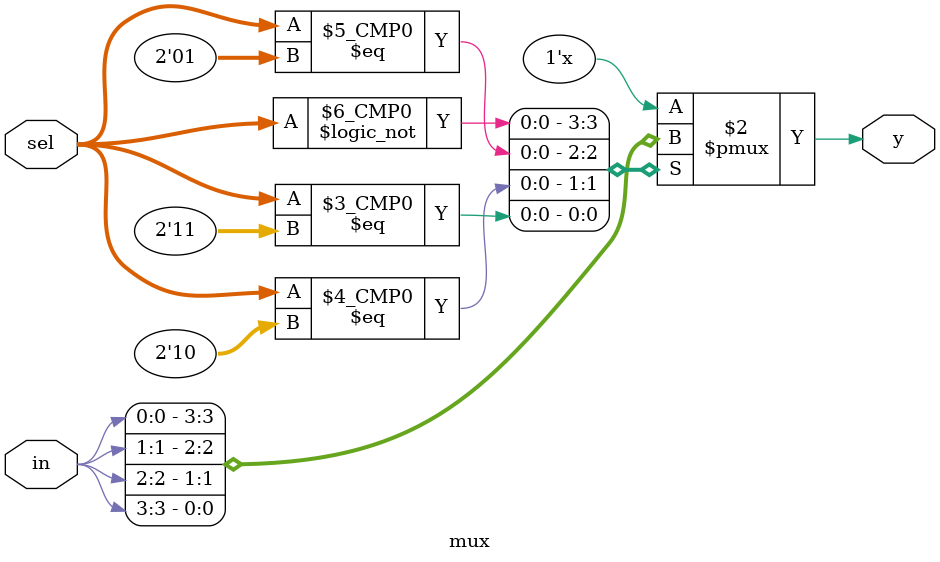
<source format=v>
module mux(input[3:0] in,
  	       input [1:0] sel,
	         output reg y);

always @(*)
	case (sel)
		0: y = in[0];
		1: y = in[1];
		2: y = in[2];
		3: y = in[3];
		default: y = 0;
	endcase

endmodule

</source>
